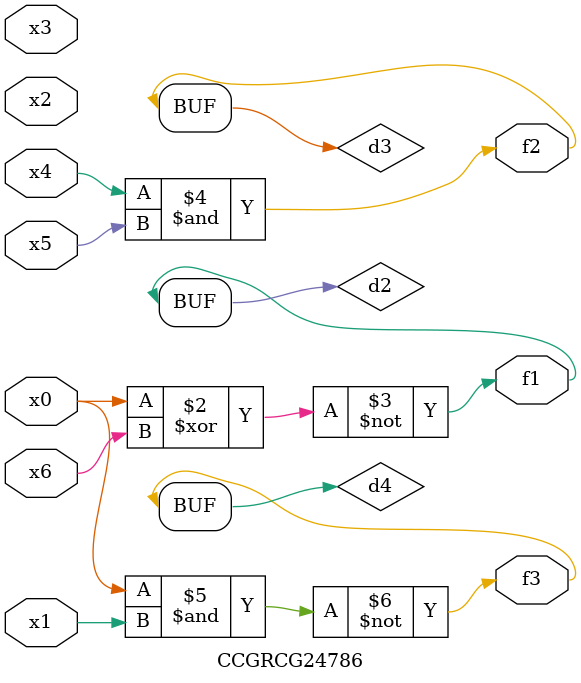
<source format=v>
module CCGRCG24786(
	input x0, x1, x2, x3, x4, x5, x6,
	output f1, f2, f3
);

	wire d1, d2, d3, d4;

	nor (d1, x0);
	xnor (d2, x0, x6);
	and (d3, x4, x5);
	nand (d4, x0, x1);
	assign f1 = d2;
	assign f2 = d3;
	assign f3 = d4;
endmodule

</source>
